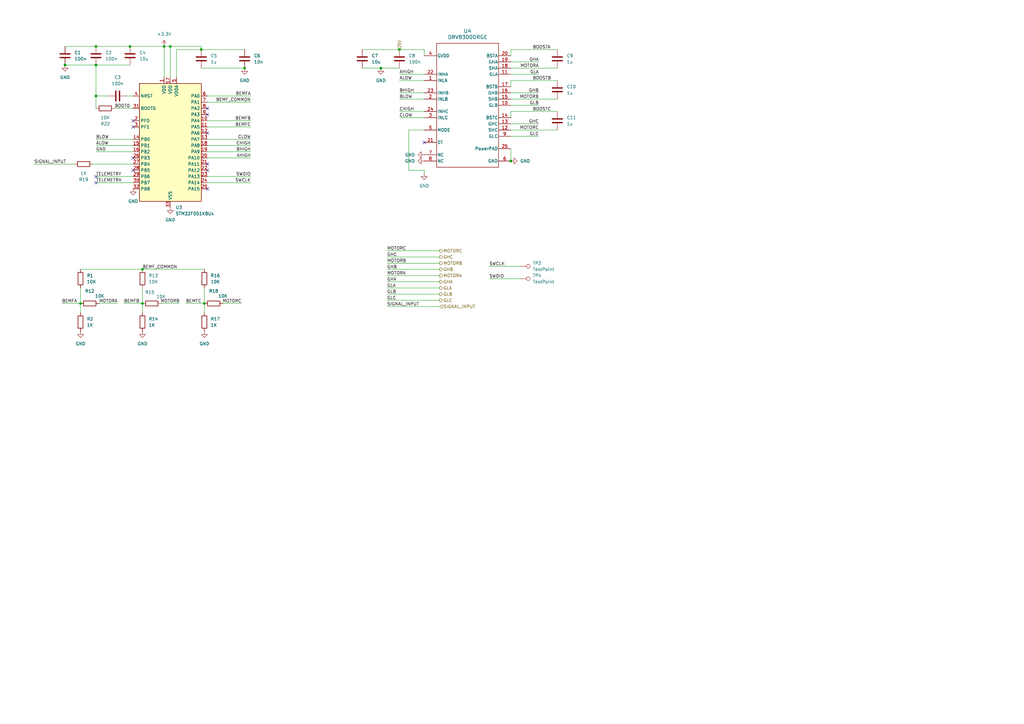
<source format=kicad_sch>
(kicad_sch (version 20250114) (generator "eeschema") (generator_version "9.0")
  (paper "A3")
  (lib_symbols
    (symbol "Connector:TestPoint" (pin_numbers (hide yes)) (pin_names (offset 0.762) (hide yes))
      (property "Reference" "TP" (at 0 6.858 0))
      (property "Value" "TestPoint" (at 0 5.08 0))
      (symbol "TestPoint_0_1"
        (circle (center 0 3.302) (radius 0.762))
      )
      (symbol "TestPoint_1_1"
        (pin passive line (at 0 0 90) (length 2.54) (name "1") (number "1"))
      )
    )
    (symbol "DRV8300:DRV8300DRGER" (pin_names (offset 0.254))
      (property "Reference" "U2" (at 17.78 10.16 0))
      (property "Value" "DRV8300DRGE" (at 17.78 7.62 0))
      (symbol "DRV8300DRGER_0_1"
        (polyline (pts (xy 5.08 5.08) (xy 5.08 -45.72)) (stroke (width 0.2032)))
        (polyline (pts (xy 5.08 -45.72) (xy 30.48 -45.72)) (stroke (width 0.2032)))
        (polyline (pts (xy 30.48 5.08) (xy 5.08 5.08)) (stroke (width 0.2032)))
        (polyline (pts (xy 30.48 -45.72) (xy 30.48 5.08)) (stroke (width 0.2032)))
        (pin power_in line (at 0 0 0) (length 5.08) (name "GVDD") (number "4"))
        (pin input line (at 0 -7.62 0) (length 5.08) (name "INHA") (number "22"))
        (pin input line (at 0 -10.16 0) (length 5.08) (name "INLA") (number "1"))
        (pin input line (at 0 -15.24 0) (length 5.08) (name "INHB") (number "23"))
        (pin input line (at 0 -17.78 0) (length 5.08) (name "INLB") (number "2"))
        (pin input line (at 0 -22.86 0) (length 5.08) (name "INHC") (number "24"))
        (pin input line (at 0 -25.4 0) (length 5.08) (name "INLC") (number "3"))
        (pin input line (at 0 -30.48 0) (length 5.08) (name "MODE") (number "5"))
        (pin input line (at 0 -35.56 0) (length 5.08) (name "DT") (number "21"))
        (pin output line (at 35.56 0 180) (length 5.08) (name "BSTA") (number "20"))
        (pin output line (at 35.56 -2.54 180) (length 5.08) (name "GHA") (number "19"))
        (pin input line (at 35.56 -5.08 180) (length 5.08) (name "SHA") (number "18"))
        (pin output line (at 35.56 -7.62 180) (length 5.08) (name "GLA") (number "11"))
        (pin output line (at 35.56 -12.7 180) (length 5.08) (name "BSTB") (number "17"))
        (pin output line (at 35.56 -15.24 180) (length 5.08) (name "GHB") (number "16"))
        (pin input line (at 35.56 -17.78 180) (length 5.08) (name "SHB") (number "15"))
        (pin output line (at 35.56 -20.32 180) (length 5.08) (name "GLB") (number "10"))
        (pin output line (at 35.56 -25.4 180) (length 5.08) (name "BSTC") (number "14"))
        (pin output line (at 35.56 -27.94 180) (length 5.08) (name "GHC") (number "13"))
        (pin input line (at 35.56 -30.48 180) (length 5.08) (name "SHC") (number "12"))
        (pin output line (at 35.56 -33.02 180) (length 5.08) (name "GLC") (number "9"))
        (pin power_in line (at 35.56 -38.1 180) (length 5.08) (name "PowerPAD") (number "25"))
        (pin power_in line (at 35.56 -43.18 180) (length 5.08) (name "GND") (number "6"))
      )
      (symbol "DRV8300DRGER_1_1"
        (pin power_in line (at 0 -40.64 0) (length 5.08) (name "NC") (number "7"))
        (pin power_in line (at 0 -43.18 0) (length 5.08) (name "NC") (number "8"))
      )
    )
    (symbol "Device:C" (pin_numbers (hide yes)) (pin_names (offset 0.254))
      (property "Reference" "C" (at 0.635 2.54 0))
      (property "Value" "C" (at 0.635 -2.54 0))
      (symbol "C_0_1"
        (polyline (pts (xy -2.032 0.762) (xy 2.032 0.762)) (stroke (width 0.508)))
        (polyline (pts (xy -2.032 -0.762) (xy 2.032 -0.762)) (stroke (width 0.508)))
      )
      (symbol "C_1_1"
        (pin passive line (at 0 3.81 270) (length 2.794) (name "~") (number "1"))
        (pin passive line (at 0 -3.81 90) (length 2.794) (name "~") (number "2"))
      )
    )
    (symbol "Device:R" (pin_numbers (hide yes)) (pin_names (offset 0))
      (property "Reference" "R" (at 2.032 0 90))
      (property "Value" "R" (at 0 0 90))
      (symbol "R_0_1"
        (rectangle (start -1.016 -2.54) (end 1.016 2.54) (stroke (width 0.254)))
      )
      (symbol "R_1_1"
        (pin passive line (at 0 3.81 270) (length 1.27) (name "~") (number "1"))
        (pin passive line (at 0 -3.81 90) (length 1.27) (name "~") (number "2"))
      )
    )
    (symbol "MCU_ST_STM32F0:STM32F051K8Ux"
      (property "Reference" "U7" (at 2.1433 -25.4 0))
      (property "Value" "STM32F051K8Ux" (at 2.1433 -27.94 0))
      (symbol "STM32F051K8Ux_0_1"
        (rectangle (start -12.7 -22.86) (end 12.7 25.4) (stroke (width 0.254)) (fill (type background)))
      )
      (symbol "STM32F051K8Ux_1_1"
        (pin input line (at -15.24 20.32 0) (length 2.54) (name "NRST") (number "4"))
        (pin input line (at -15.24 15.24 0) (length 2.54) (name "BOOT0") (number "31"))
        (pin bidirectional line (at -15.24 10.16 0) (length 2.54) (name "PF0") (number "2"))
        (pin bidirectional line (at -15.24 7.62 0) (length 2.54) (name "PF1") (number "3"))
        (pin bidirectional line (at -15.24 2.54 0) (length 2.54) (name "PB0") (number "14"))
        (pin bidirectional line (at -15.24 0 0) (length 2.54) (name "PB1") (number "15"))
        (pin power_in line (at -15.24 -2.54 0) (length 2.54) (name "PB2") (number "16"))
        (pin bidirectional line (at -15.24 -5.08 0) (length 2.54) (name "PB3") (number "26"))
        (pin bidirectional line (at -15.24 -7.62 0) (length 2.54) (name "PB4") (number "27"))
        (pin bidirectional line (at -15.24 -10.16 0) (length 2.54) (name "PB5") (number "28"))
        (pin bidirectional line (at -15.24 -12.7 0) (length 2.54) (name "PB6") (number "29"))
        (pin bidirectional line (at -15.24 -15.24 0) (length 2.54) (name "PB7") (number "30"))
        (pin power_in line (at -15.24 -17.78 0) (length 2.54) (name "PB8") (number "32"))
        (pin power_in line (at -2.54 27.94 270) (length 2.54) (name "VDD") (number "1"))
        (pin power_in line (at 0 27.94 270) (length 2.54) (name "VDD") (number "17"))
        (pin power_in line (at 0 -25.4 90) (length 2.54) (name "VSS") (number "33"))
        (pin power_in line (at 2.54 27.94 270) (length 2.54) (name "VDDA") (number "5"))
        (pin bidirectional line (at 15.24 20.32 180) (length 2.54) (name "PA0") (number "6"))
        (pin bidirectional line (at 15.24 17.78 180) (length 2.54) (name "PA1") (number "7"))
        (pin bidirectional line (at 15.24 15.24 180) (length 2.54) (name "PA2") (number "8"))
        (pin bidirectional line (at 15.24 12.7 180) (length 2.54) (name "PA3") (number "9"))
        (pin bidirectional line (at 15.24 10.16 180) (length 2.54) (name "PA4") (number "10"))
        (pin bidirectional line (at 15.24 7.62 180) (length 2.54) (name "PA5") (number "11"))
        (pin bidirectional line (at 15.24 5.08 180) (length 2.54) (name "PA6") (number "12"))
        (pin bidirectional line (at 15.24 2.54 180) (length 2.54) (name "PA7") (number "13"))
        (pin bidirectional line (at 15.24 0 180) (length 2.54) (name "PA8") (number "18"))
        (pin bidirectional line (at 15.24 -2.54 180) (length 2.54) (name "PA9") (number "19"))
        (pin bidirectional line (at 15.24 -5.08 180) (length 2.54) (name "PA10") (number "20"))
        (pin bidirectional line (at 15.24 -7.62 180) (length 2.54) (name "PA11") (number "21"))
        (pin bidirectional line (at 15.24 -10.16 180) (length 2.54) (name "PA12") (number "22"))
        (pin bidirectional line (at 15.24 -12.7 180) (length 2.54) (name "PA13") (number "23"))
        (pin bidirectional line (at 15.24 -15.24 180) (length 2.54) (name "PA14") (number "24"))
        (pin bidirectional line (at 15.24 -17.78 180) (length 2.54) (name "PA15") (number "25"))
      )
    )
    (symbol "power:+3.3V" (power) (pin_numbers (hide yes)) (pin_names (offset 0) (hide yes))
      (property "Value" "+3.3V" (at 0 3.556 0))
      (symbol "+3.3V_0_1"
        (polyline (pts (xy -0.762 1.27) (xy 0 2.54)))
        (polyline (pts (xy 0 2.54) (xy 0.762 1.27)))
        (polyline (pts (xy 0 0) (xy 0 2.54)))
      )
      (symbol "+3.3V_1_1"
        (pin power_in line (at 0 0 90) (length 0) (name "~") (number "1"))
      )
    )
    (symbol "power:GND" (power) (pin_numbers (hide yes)) (pin_names (offset 0) (hide yes))
      (property "Value" "GND" (at 0 -3.81 0))
      (symbol "GND_0_1"
        (polyline (pts (xy 0 0) (xy 0 -1.27) (xy 1.27 -1.27) (xy 0 -2.54) (xy -1.27 -1.27) (xy 0 -1.27)))
      )
      (symbol "GND_1_1"
        (pin power_in line (at 0 0 270) (length 0) (name "~") (number "1"))
      )
    )
  )
  (junction (at 83.82 124.46))
  (junction (at 82.55 20.32))
  (junction (at 58.42 110.49))
  (junction (at 69.85 19.05))
  (junction (at 39.37 26.67))
  (junction (at 67.31 19.05))
  (junction (at 100.33 27.94))
  (junction (at 58.42 124.46))
  (junction (at 26.67 26.67))
  (junction (at 53.34 19.05))
  (junction (at 39.37 19.05))
  (junction (at 39.37 39.37))
  (junction (at 156.21 27.94))
  (junction (at 163.83 20.32))
  (junction (at 33.02 124.46))
  (junction (at 209.55 66.04))
  (no_connect (at 85.09 54.61))
  (no_connect (at 85.09 46.99))
  (no_connect (at 173.99 58.42))
  (no_connect (at 39.37 72.39))
  (no_connect (at 54.61 64.77))
  (no_connect (at 85.09 69.85))
  (no_connect (at 39.37 74.93))
  (no_connect (at 85.09 44.45))
  (no_connect (at 85.09 67.31))
  (no_connect (at 85.09 77.47))
  (no_connect (at 54.61 49.53))
  (no_connect (at 54.61 52.07))
  (no_connect (at 54.61 69.85))
  (wire (pts (xy 209.55 55.88) (xy 220.98 55.88)))
  (wire (pts (xy 44.45 39.37) (xy 39.37 39.37)))
  (wire (pts (xy 38.1 67.31) (xy 54.61 67.31)))
  (wire (pts (xy 85.09 57.15) (xy 102.87 57.15)))
  (wire (pts (xy 39.37 57.15) (xy 54.61 57.15)))
  (wire (pts (xy 163.83 40.64) (xy 173.99 40.64)))
  (wire (pts (xy 209.55 40.64) (xy 228.6 40.64)))
  (wire (pts (xy 209.55 50.8) (xy 220.98 50.8)))
  (wire (pts (xy 228.6 33.02) (xy 209.55 33.02)))
  (wire (pts (xy 39.37 62.23) (xy 54.61 62.23)))
  (wire (pts (xy 209.55 45.72) (xy 209.55 48.26)))
  (wire (pts (xy 69.85 31.75) (xy 69.85 19.05)))
  (wire (pts (xy 163.83 38.1) (xy 173.99 38.1)))
  (wire (pts (xy 33.02 110.49) (xy 58.42 110.49)))
  (wire (pts (xy 209.55 60.96) (xy 209.55 66.04)))
  (wire (pts (xy 209.55 33.02) (xy 209.55 35.56)))
  (wire (pts (xy 158.75 118.11) (xy 180.34 118.11)))
  (wire (pts (xy 156.21 27.94) (xy 163.83 27.94)))
  (wire (pts (xy 50.8 124.46) (xy 58.42 124.46)))
  (wire (pts (xy 39.37 39.37) (xy 39.37 26.67)))
  (wire (pts (xy 158.75 102.87) (xy 180.34 102.87)))
  (wire (pts (xy 158.75 113.03) (xy 180.34 113.03)))
  (wire (pts (xy 163.83 30.48) (xy 173.99 30.48)))
  (wire (pts (xy 85.09 39.37) (xy 102.87 39.37)))
  (wire (pts (xy 40.64 124.46) (xy 48.26 124.46)))
  (wire (pts (xy 163.83 48.26) (xy 173.99 48.26)))
  (wire (pts (xy 158.75 125.73) (xy 180.34 125.73)))
  (wire (pts (xy 209.55 27.94) (xy 228.6 27.94)))
  (wire (pts (xy 200.66 114.3) (xy 213.36 114.3)))
  (wire (pts (xy 52.07 39.37) (xy 54.61 39.37)))
  (wire (pts (xy 158.75 107.95) (xy 180.34 107.95)))
  (wire (pts (xy 83.82 124.46) (xy 83.82 128.27)))
  (wire (pts (xy 82.55 19.05) (xy 82.55 20.32)))
  (wire (pts (xy 26.67 26.67) (xy 39.37 26.67)))
  (wire (pts (xy 83.82 118.11) (xy 83.82 124.46)))
  (wire (pts (xy 167.64 53.34) (xy 167.64 69.85)))
  (wire (pts (xy 209.55 43.18) (xy 220.98 43.18)))
  (wire (pts (xy 13.97 67.31) (xy 30.48 67.31)))
  (wire (pts (xy 148.59 27.94) (xy 156.21 27.94)))
  (wire (pts (xy 228.6 45.72) (xy 209.55 45.72)))
  (wire (pts (xy 67.31 19.05) (xy 67.31 31.75)))
  (wire (pts (xy 26.67 19.05) (xy 39.37 19.05)))
  (wire (pts (xy 163.83 33.02) (xy 173.99 33.02)))
  (wire (pts (xy 163.83 20.32) (xy 148.59 20.32)))
  (wire (pts (xy 69.85 19.05) (xy 67.31 19.05)))
  (wire (pts (xy 39.37 19.05) (xy 53.34 19.05)))
  (wire (pts (xy 85.09 52.07) (xy 102.87 52.07)))
  (wire (pts (xy 46.99 44.45) (xy 54.61 44.45)))
  (wire (pts (xy 39.37 72.39) (xy 54.61 72.39)))
  (wire (pts (xy 158.75 105.41) (xy 180.34 105.41)))
  (wire (pts (xy 209.55 38.1) (xy 220.98 38.1)))
  (wire (pts (xy 72.39 20.32) (xy 72.39 31.75)))
  (wire (pts (xy 33.02 118.11) (xy 33.02 124.46)))
  (wire (pts (xy 25.4 124.46) (xy 33.02 124.46)))
  (wire (pts (xy 39.37 26.67) (xy 53.34 26.67)))
  (wire (pts (xy 85.09 74.93) (xy 102.87 74.93)))
  (wire (pts (xy 39.37 59.69) (xy 54.61 59.69)))
  (wire (pts (xy 39.37 74.93) (xy 54.61 74.93)))
  (wire (pts (xy 209.55 25.4) (xy 220.98 25.4)))
  (wire (pts (xy 91.44 124.46) (xy 99.06 124.46)))
  (wire (pts (xy 173.99 69.85) (xy 173.99 71.12)))
  (wire (pts (xy 209.55 30.48) (xy 220.98 30.48)))
  (wire (pts (xy 33.02 124.46) (xy 33.02 128.27)))
  (wire (pts (xy 66.04 124.46) (xy 73.66 124.46)))
  (wire (pts (xy 158.75 120.65) (xy 180.34 120.65)))
  (wire (pts (xy 85.09 64.77) (xy 102.87 64.77)))
  (wire (pts (xy 85.09 59.69) (xy 102.87 59.69)))
  (wire (pts (xy 158.75 110.49) (xy 180.34 110.49)))
  (wire (pts (xy 76.2 124.46) (xy 83.82 124.46)))
  (wire (pts (xy 158.75 115.57) (xy 180.34 115.57)))
  (wire (pts (xy 228.6 20.32) (xy 209.55 20.32)))
  (wire (pts (xy 200.66 109.22) (xy 213.36 109.22)))
  (wire (pts (xy 100.33 20.32) (xy 82.55 20.32)))
  (wire (pts (xy 158.75 123.19) (xy 180.34 123.19)))
  (wire (pts (xy 85.09 72.39) (xy 102.87 72.39)))
  (wire (pts (xy 167.64 69.85) (xy 173.99 69.85)))
  (wire (pts (xy 173.99 22.86) (xy 173.99 20.32)))
  (wire (pts (xy 53.34 19.05) (xy 67.31 19.05)))
  (wire (pts (xy 85.09 41.91) (xy 102.87 41.91)))
  (wire (pts (xy 58.42 124.46) (xy 58.42 128.27)))
  (wire (pts (xy 39.37 44.45) (xy 39.37 39.37)))
  (wire (pts (xy 209.55 53.34) (xy 228.6 53.34)))
  (wire (pts (xy 173.99 53.34) (xy 167.64 53.34)))
  (wire (pts (xy 85.09 62.23) (xy 102.87 62.23)))
  (wire (pts (xy 82.55 27.94) (xy 100.33 27.94)))
  (wire (pts (xy 58.42 118.11) (xy 58.42 124.46)))
  (wire (pts (xy 69.85 19.05) (xy 82.55 19.05)))
  (wire (pts (xy 58.42 110.49) (xy 83.82 110.49)))
  (wire (pts (xy 85.09 49.53) (xy 102.87 49.53)))
  (wire (pts (xy 173.99 20.32) (xy 163.83 20.32)))
  (wire (pts (xy 82.55 20.32) (xy 72.39 20.32)))
  (wire (pts (xy 163.83 45.72) (xy 173.99 45.72)))
  (wire (pts (xy 209.55 20.32) (xy 209.55 22.86)))
  (label "GHB" (at 220.98 38.1 180))
  (label "CLOW" (at 163.83 48.26 0))
  (label "GHA" (at 158.75 115.57 0))
  (label "BEMFC" (at 76.2 124.46 0))
  (label "GLC" (at 158.75 123.19 0))
  (label "MOTORC" (at 158.75 102.87 0))
  (label "CHIGH" (at 163.83 45.72 0))
  (label "GLB" (at 220.98 43.18 180))
  (label "CHIGH" (at 102.87 59.69 180))
  (label "SWCLK" (at 102.87 74.93 180))
  (label "TELEMETRY" (at 39.37 72.39 0))
  (label "BOOSTC" (at 218.44 45.72 0))
  (label "TELEMETRX" (at 39.37 74.93 0))
  (label "SWDIO" (at 200.66 114.3 0))
  (label "GLA" (at 220.98 30.48 180))
  (label "AHIGH" (at 163.83 30.48 0))
  (label "ALOW" (at 163.83 33.02 0))
  (label "GLA" (at 158.75 118.11 0))
  (label "GND" (at 39.37 62.23 0))
  (label "GHA" (at 220.98 25.4 180))
  (label "MOTORA" (at 48.26 124.46 180))
  (label "BOOT0" (at 46.99 44.45 0))
  (label "BLOW" (at 39.37 57.15 0))
  (label "BOOSTA" (at 218.44 20.32 0))
  (label "BOOSTB" (at 218.44 33.02 0))
  (label "GLB" (at 158.75 120.65 0))
  (label "BEMFC" (at 102.87 52.07 180))
  (label "BEMF_COMMON" (at 58.42 110.49 0))
  (label "ALOW" (at 39.37 59.69 0))
  (label "MOTORC" (at 99.06 124.46 180))
  (label "SIGNAL_INPUT" (at 158.75 125.73 0))
  (label "BHIGH" (at 102.87 62.23 180))
  (label "GHC" (at 158.75 105.41 0))
  (label "BLOW" (at 163.83 40.64 0))
  (label "SWCLK" (at 200.66 109.22 0))
  (label "BEMF_COMMON" (at 102.87 41.91 180))
  (label "BEMFB" (at 102.87 49.53 180))
  (label "MOTORB" (at 220.98 40.64 180))
  (label "MOTORA" (at 158.75 113.03 0))
  (label "SIGNAL_INPUT" (at 13.97 67.31 0))
  (label "BHIGH" (at 163.83 38.1 0))
  (label "MOTORA" (at 220.98 27.94 180))
  (label "MOTORC" (at 220.98 53.34 180))
  (label "GHB" (at 158.75 110.49 0))
  (label "BEMFA" (at 25.4 124.46 0))
  (label "CLOW" (at 102.87 57.15 180))
  (label "MOTORB" (at 158.75 107.95 0))
  (label "AHIGH" (at 102.87 64.77 180))
  (label "BEMFB" (at 50.8 124.46 0))
  (label "MOTORB" (at 73.66 124.46 180))
  (label "GHC" (at 220.98 50.8 180))
  (label "SWDIO" (at 102.87 72.39 180))
  (label "BEMFA" (at 102.87 39.37 180))
  (label "GLC" (at 220.98 55.88 180))
  (hierarchical_label "5V" (shape input) (at 163.83 20.32 90))
  (hierarchical_label "MOTORB" (shape output) (at 180.34 107.95 0))
  (hierarchical_label "GLC" (shape output) (at 180.34 123.19 0))
  (hierarchical_label "MOTORC" (shape output) (at 180.34 102.87 0))
  (hierarchical_label "GLA" (shape output) (at 180.34 118.11 0))
  (hierarchical_label "GHC" (shape output) (at 180.34 105.41 0))
  (hierarchical_label "SIGNAL_INPUT" (shape input) (at 180.34 125.73 0))
  (hierarchical_label "MOTORA" (shape output) (at 180.34 113.03 0))
  (hierarchical_label "GHA" (shape output) (at 180.34 115.57 0))
  (hierarchical_label "GHB" (shape output) (at 180.34 110.49 0))
  (hierarchical_label "GLB" (shape output) (at 180.34 120.65 0))
  (symbol (lib_id "Device:C") (at 100.33 24.13 180) (unit 1)
    (property "Reference" "C19" (at 104.14 22.8599 0) (effects (justify right)))
    (property "Value" "10n" (at 104.14 25.3999 0) (effects (justify right)))
    (property "Footprint" "Capacitor_SMD:C_0201_0603Metric" (effects (hide yes)))
    (property "Description" "Unpolarized capacitor" (effects (hide yes)))
    (instances (project "logic_board" (path "" (reference "C6") (unit 1)) (path "" (reference "C19") (unit 1)) (path "" (reference "C28") (unit 1)) (path "" (reference "C39") (unit 1))))
  )
  (symbol (lib_id "power:GND") (at 100.33 27.94 0) (unit 1)
    (property "Reference" "#PWR021" (effects (hide yes)))
    (property "Value" "GND" (at 100.33 33.02 0))
    (property "Description" "Power symbol creates a global label with name \"GND\" , ground" (effects (hide yes)))
    (instances (project "logic_board" (path "" (reference "#PWR015") (unit 1)) (path "" (reference "#PWR021") (unit 1)) (path "" (reference "#PWR041") (unit 1)) (path "" (reference "#PWR057") (unit 1))))
  )
  (symbol (lib_id "Device:C") (at 228.6 24.13 180) (unit 1)
    (property "Reference" "C22" (at 232.41 22.8599 0) (effects (justify right)))
    (property "Value" "1u" (at 232.41 25.3999 0) (effects (justify right)))
    (property "Footprint" "Capacitor_SMD:C_0201_0603Metric" (effects (hide yes)))
    (property "Description" "Unpolarized capacitor" (effects (hide yes)))
    (instances (project "logic_board" (path "" (reference "C9") (unit 1)) (path "" (reference "C22") (unit 1)) (path "" (reference "C31") (unit 1)) (path "" (reference "C42") (unit 1))))
  )
  (symbol (lib_id "power:GND") (at 173.99 63.5 270) (unit 1)
    (property "Reference" "#PWR01" (effects (hide yes)))
    (property "Value" "GND" (at 170.18 63.4999 90) (effects (justify right)))
    (property "Description" "Power symbol creates a global label with name \"GND\" , ground" (effects (hide yes)))
    (instances (project "logic_board" (path "" (reference "#PWR02") (unit 1)) (path "" (reference "#PWR01") (unit 1)) (path "" (reference "#PWR08") (unit 1)) (path "" (reference "#PWR030") (unit 1))))
  )
  (symbol (lib_id "Device:R") (at 62.23 124.46 90) (unit 1)
    (property "Reference" "R8" (at 61.468 119.888 90))
    (property "Value" "10K" (at 66.04 121.666 90))
    (property "Footprint" "Resistor_SMD:R_0201_0603Metric" (effects (hide yes)))
    (property "Description" "Resistor" (effects (hide yes)))
    (instances (project "logic_board" (path "" (reference "R15") (unit 1)) (path "" (reference "R8") (unit 1)) (path "" (reference "R29") (unit 1)) (path "" (reference "R39") (unit 1))))
  )
  (symbol (lib_id "Device:C") (at 163.83 24.13 180) (unit 1)
    (property "Reference" "C21" (at 167.64 22.8599 0) (effects (justify right)))
    (property "Value" "100n" (at 167.64 25.3999 0) (effects (justify right)))
    (property "Footprint" "Capacitor_SMD:C_0201_0603Metric" (effects (hide yes)))
    (property "Description" "Unpolarized capacitor" (effects (hide yes)))
    (instances (project "logic_board" (path "" (reference "C8") (unit 1)) (path "" (reference "C21") (unit 1)) (path "" (reference "C30") (unit 1)) (path "" (reference "C41") (unit 1))))
  )
  (symbol (lib_id "DRV8300:DRV8300DRGER") (at 173.99 22.86 0) (unit 1)
    (property "Reference" "U2" (at 191.77 12.7 0) (effects (font (size 1.524 1.524))))
    (property "Value" "DRV8300DRGE" (at 191.77 15.24 0) (effects (font (size 1.524 1.524))))
    (property "Footprint" "Custom:VQFN-24-1EP_4x4mm_P0.5mm_EP2.45x2.45mm_ThermalVias-Custom" (effects (hide yes)))
    (property "Datasheet" "https://www.ti.com/lit/gpn/drv8300" (effects (hide yes)))
    (instances (project "logic_board" (path "" (reference "U4") (unit 1)) (path "" (reference "U2") (unit 1)) (path "" (reference "U6") (unit 1)) (path "" (reference "U8") (unit 1))))
  )
  (symbol (lib_id "power:+3.3V") (at 67.31 19.05 0) (unit 1)
    (property "Reference" "#PWR020" (effects (hide yes)))
    (property "Value" "+3.3V" (at 67.31 13.97 0))
    (property "Description" "Power symbol creates a global label with name \"+3.3V\"" (effects (hide yes)))
    (instances (project "logic_board" (path "" (reference "#PWR010") (unit 1)) (path "" (reference "#PWR020") (unit 1)) (path "" (reference "#PWR039") (unit 1)) (path "" (reference "#PWR055") (unit 1))))
  )
  (symbol (lib_id "power:GND") (at 33.02 135.89 0) (unit 1)
    (property "Reference" "#PWR011" (effects (hide yes)))
    (property "Value" "GND" (at 33.02 140.97 0))
    (property "Description" "Power symbol creates a global label with name \"GND\" , ground" (effects (hide yes)))
    (instances (project "logic_board" (path "" (reference "#PWR03") (unit 1)) (path "" (reference "#PWR011") (unit 1)) (path "" (reference "#PWR034") (unit 1)) (path "" (reference "#PWR050") (unit 1))))
  )
  (symbol (lib_id "Device:R") (at 33.02 114.3 0) (unit 1)
    (property "Reference" "R3" (at 35.56 113.0299 0) (effects (justify left)))
    (property "Value" "10K" (at 35.56 115.5699 0) (effects (justify left)))
    (property "Footprint" "Resistor_SMD:R_0201_0603Metric" (effects (hide yes)))
    (property "Description" "Resistor" (effects (hide yes)))
    (instances (project "logic_board" (path "" (reference "R1") (unit 1)) (path "" (reference "R3") (unit 1)) (path "" (reference "R24") (unit 1)) (path "" (reference "R23") (unit 1))))
  )
  (symbol (lib_id "Device:C") (at 53.34 22.86 180) (unit 1)
    (property "Reference" "C16" (at 57.15 21.5899 0) (effects (justify right)))
    (property "Value" "10u" (at 57.15 24.1299 0) (effects (justify right)))
    (property "Footprint" "Capacitor_SMD:C_0402_1005Metric" (effects (hide yes)))
    (property "Description" "Unpolarized capacitor" (effects (hide yes)))
    (instances (project "logic_board" (path "" (reference "C4") (unit 1)) (path "" (reference "C16") (unit 1)) (path "" (reference "C26") (unit 1)) (path "" (reference "C37") (unit 1))))
  )
  (symbol (lib_id "Device:R") (at 33.02 132.08 0) (unit 1)
    (property "Reference" "R4" (at 35.56 130.8099 0) (effects (justify left)))
    (property "Value" "1K" (at 35.56 133.3499 0) (effects (justify left)))
    (property "Footprint" "Resistor_SMD:R_0201_0603Metric" (effects (hide yes)))
    (property "Description" "Resistor" (effects (hide yes)))
    (instances (project "logic_board" (path "" (reference "R2") (unit 1)) (path "" (reference "R4") (unit 1)) (path "" (reference "R25") (unit 1)) (path "" (reference "R35") (unit 1))))
  )
  (symbol (lib_id "Device:C") (at 82.55 24.13 0) (unit 1)
    (property "Reference" "C18" (at 86.36 22.8599 0) (effects (justify left)))
    (property "Value" "1u" (at 86.36 25.3999 0) (effects (justify left)))
    (property "Footprint" "Capacitor_SMD:C_0201_0603Metric" (effects (hide yes)))
    (property "Description" "Unpolarized capacitor" (effects (hide yes)))
    (instances (project "logic_board" (path "" (reference "C5") (unit 1)) (path "" (reference "C18") (unit 1)) (path "" (reference "C27") (unit 1)) (path "" (reference "C38") (unit 1))))
  )
  (symbol (lib_id "Device:R") (at 36.83 124.46 90) (unit 1)
    (property "Reference" "R5" (at 36.83 119.38 90))
    (property "Value" "10K" (at 40.894 121.412 90))
    (property "Footprint" "Resistor_SMD:R_0201_0603Metric" (effects (hide yes)))
    (property "Description" "Resistor" (effects (hide yes)))
    (instances (project "logic_board" (path "" (reference "R12") (unit 1)) (path "" (reference "R5") (unit 1)) (path "" (reference "R26") (unit 1)) (path "" (reference "R36") (unit 1))))
  )
  (symbol (lib_id "power:GND") (at 58.42 135.89 0) (unit 1)
    (property "Reference" "#PWR012" (effects (hide yes)))
    (property "Value" "GND" (at 58.42 140.97 0))
    (property "Description" "Power symbol creates a global label with name \"GND\" , ground" (effects (hide yes)))
    (instances (project "logic_board" (path "" (reference "#PWR04") (unit 1)) (path "" (reference "#PWR012") (unit 1)) (path "" (reference "#PWR035") (unit 1)) (path "" (reference "#PWR051") (unit 1))))
  )
  (symbol (lib_id "Device:R") (at 34.29 67.31 90) (mirror x) (unit 1)
    (property "Reference" "R21" (at 34.29 73.66 90))
    (property "Value" "1K" (at 34.29 71.12 90))
    (property "Footprint" "Resistor_SMD:R_0201_0603Metric" (effects (hide yes)))
    (property "Description" "Resistor" (effects (hide yes)))
    (instances (project "logic_board" (path "" (reference "R19") (unit 1)) (path "" (reference "R21") (unit 1)) (path "" (reference "R33") (unit 1)) (path "" (reference "R43") (unit 1))))
  )
  (symbol (lib_id "power:GND") (at 54.61 77.47 0) (unit 1)
    (property "Reference" "#PWR022" (effects (hide yes)))
    (property "Value" "GND" (at 54.61 82.55 0))
    (property "Description" "Power symbol creates a global label with name \"GND\" , ground" (effects (hide yes)))
    (instances (project "logic_board" (path "" (reference "#PWR09") (unit 1)) (path "" (reference "#PWR022") (unit 1)) (path "" (reference "#PWR038") (unit 1)) (path "" (reference "#PWR054") (unit 1))))
  )
  (symbol (lib_id "Device:C") (at 48.26 39.37 270) (unit 1)
    (property "Reference" "C17" (at 48.26 31.75 90))
    (property "Value" "100n" (at 48.26 34.29 90))
    (property "Footprint" "Capacitor_SMD:C_0201_0603Metric" (effects (hide yes)))
    (property "Description" "Unpolarized capacitor" (effects (hide yes)))
    (instances (project "logic_board" (path "" (reference "C3") (unit 1)) (path "" (reference "C17") (unit 1)) (path "" (reference "C25") (unit 1)) (path "" (reference "C36") (unit 1))))
  )
  (symbol (lib_id "Device:C") (at 148.59 24.13 180) (unit 1)
    (property "Reference" "C20" (at 152.4 22.8599 0) (effects (justify right)))
    (property "Value" "10u" (at 152.4 25.3999 0) (effects (justify right)))
    (property "Footprint" "Capacitor_SMD:C_0402_1005Metric" (effects (hide yes)))
    (property "Description" "Unpolarized capacitor" (effects (hide yes)))
    (instances (project "logic_board" (path "" (reference "C7") (unit 1)) (path "" (reference "C20") (unit 1)) (path "" (reference "C29") (unit 1)) (path "" (reference "C40") (unit 1))))
  )
  (symbol (lib_id "power:GND") (at 173.99 71.12 0) (unit 1)
    (property "Reference" "#PWR029" (effects (hide yes)))
    (property "Value" "GND" (at 173.99 76.2 0))
    (property "Description" "Power symbol creates a global label with name \"GND\" , ground" (effects (hide yes)))
    (instances (project "logic_board" (path "" (reference "#PWR018") (unit 1)) (path "" (reference "#PWR029") (unit 1)) (path "" (reference "#PWR045") (unit 1)) (path "" (reference "#PWR061") (unit 1))))
  )
  (symbol (lib_id "Device:C") (at 228.6 36.83 180) (unit 1)
    (property "Reference" "C23" (at 232.41 35.5599 0) (effects (justify right)))
    (property "Value" "1u" (at 232.41 38.0999 0) (effects (justify right)))
    (property "Footprint" "Capacitor_SMD:C_0201_0603Metric" (effects (hide yes)))
    (property "Description" "Unpolarized capacitor" (effects (hide yes)))
    (instances (project "logic_board" (path "" (reference "C10") (unit 1)) (path "" (reference "C23") (unit 1)) (path "" (reference "C32") (unit 1)) (path "" (reference "C43") (unit 1))))
  )
  (symbol (lib_id "Device:R") (at 83.82 114.3 0) (unit 1)
    (property "Reference" "R9" (at 86.36 113.0299 0) (effects (justify left)))
    (property "Value" "10K" (at 86.36 115.5699 0) (effects (justify left)))
    (property "Footprint" "Resistor_SMD:R_0201_0603Metric" (effects (hide yes)))
    (property "Description" "Resistor" (effects (hide yes)))
    (instances (project "logic_board" (path "" (reference "R16") (unit 1)) (path "" (reference "R9") (unit 1)) (path "" (reference "R30") (unit 1)) (path "" (reference "R40") (unit 1))))
  )
  (symbol (lib_id "Device:C") (at 228.6 49.53 180) (unit 1)
    (property "Reference" "C24" (at 232.41 48.2599 0) (effects (justify right)))
    (property "Value" "1u" (at 232.41 50.7999 0) (effects (justify right)))
    (property "Footprint" "Capacitor_SMD:C_0201_0603Metric" (effects (hide yes)))
    (property "Description" "Unpolarized capacitor" (effects (hide yes)))
    (instances (project "logic_board" (path "" (reference "C11") (unit 1)) (path "" (reference "C24") (unit 1)) (path "" (reference "C33") (unit 1)) (path "" (reference "C44") (unit 1))))
  )
  (symbol (lib_id "Device:R") (at 43.18 44.45 90) (mirror x) (unit 1)
    (property "Reference" "R20" (at 43.18 50.8 90))
    (property "Value" "10K" (at 43.18 48.26 90))
    (property "Footprint" "Resistor_SMD:R_0201_0603Metric" (effects (hide yes)))
    (property "Description" "Resistor" (effects (hide yes)))
    (instances (project "logic_board" (path "" (reference "R22") (unit 1)) (path "" (reference "R20") (unit 1)) (path "" (reference "R34") (unit 1)) (path "" (reference "R44") (unit 1))))
  )
  (symbol (lib_id "Device:R") (at 83.82 132.08 0) (unit 1)
    (property "Reference" "R10" (at 86.36 130.8099 0) (effects (justify left)))
    (property "Value" "1K" (at 86.36 133.3499 0) (effects (justify left)))
    (property "Footprint" "Resistor_SMD:R_0201_0603Metric" (effects (hide yes)))
    (property "Description" "Resistor" (effects (hide yes)))
    (instances (project "logic_board" (path "" (reference "R17") (unit 1)) (path "" (reference "R10") (unit 1)) (path "" (reference "R31") (unit 1)) (path "" (reference "R41") (unit 1))))
  )
  (symbol (lib_id "Connector:TestPoint") (at 213.36 109.22 270) (unit 1)
    (property "Reference" "TP3" (at 218.44 107.9499 90) (effects (justify left)))
    (property "Value" "TestPoint" (at 218.44 110.4899 90) (effects (justify left)))
    (property "Footprint" "TestPoint:TestPoint_Pad_D1.0mm" (effects (hide yes)))
    (property "Description" "test point" (effects (hide yes)))
    (instances (project "logic_board" (path "" (reference "TP2") (unit 1)) (path "" (reference "TP3") (unit 1)) (path "" (reference "TP5") (unit 1)) (path "" (reference "TP7") (unit 1))))
  )
  (symbol (lib_id "Device:C") (at 39.37 22.86 180) (unit 1)
    (property "Reference" "C14" (at 43.18 21.5899 0) (effects (justify right)))
    (property "Value" "100n" (at 43.18 24.1299 0) (effects (justify right)))
    (property "Footprint" "Capacitor_SMD:C_0201_0603Metric" (effects (hide yes)))
    (property "Description" "Unpolarized capacitor" (effects (hide yes)))
    (instances (project "logic_board" (path "" (reference "C2") (unit 1)) (path "" (reference "C14") (unit 1)) (path "" (reference "C13") (unit 1)) (path "" (reference "C35") (unit 1))))
  )
  (symbol (lib_id "Connector:TestPoint") (at 213.36 114.3 270) (unit 1)
    (property "Reference" "TP1" (at 218.44 113.0299 90) (effects (justify left)))
    (property "Value" "TestPoint" (at 218.44 115.5699 90) (effects (justify left)))
    (property "Footprint" "TestPoint:TestPoint_Pad_D1.0mm" (effects (hide yes)))
    (property "Description" "test point" (effects (hide yes)))
    (instances (project "logic_board" (path "" (reference "TP4") (unit 1)) (path "" (reference "TP1") (unit 1)) (path "" (reference "TP6") (unit 1)) (path "" (reference "TP8") (unit 1))))
  )
  (symbol (lib_id "Device:R") (at 58.42 132.08 0) (unit 1)
    (property "Reference" "R7" (at 60.96 130.8099 0) (effects (justify left)))
    (property "Value" "1K" (at 60.96 133.3499 0) (effects (justify left)))
    (property "Footprint" "Resistor_SMD:R_0201_0603Metric" (effects (hide yes)))
    (property "Description" "Resistor" (effects (hide yes)))
    (instances (project "logic_board" (path "" (reference "R14") (unit 1)) (path "" (reference "R7") (unit 1)) (path "" (reference "R28") (unit 1)) (path "" (reference "R38") (unit 1))))
  )
  (symbol (lib_id "power:GND") (at 26.67 26.67 0) (unit 1)
    (property "Reference" "#PWR019" (effects (hide yes)))
    (property "Value" "GND" (at 26.67 31.75 0))
    (property "Description" "Power symbol creates a global label with name \"GND\" , ground" (effects (hide yes)))
    (instances (project "logic_board" (path "" (reference "#PWR06") (unit 1)) (path "" (reference "#PWR019") (unit 1)) (path "" (reference "#PWR037") (unit 1)) (path "" (reference "#PWR053") (unit 1))))
  )
  (symbol (lib_id "Device:R") (at 87.63 124.46 90) (unit 1)
    (property "Reference" "R11" (at 87.63 119.38 90))
    (property "Value" "10K" (at 91.44 121.412 90))
    (property "Footprint" "Resistor_SMD:R_0201_0603Metric" (effects (hide yes)))
    (property "Description" "Resistor" (effects (hide yes)))
    (instances (project "logic_board" (path "" (reference "R18") (unit 1)) (path "" (reference "R11") (unit 1)) (path "" (reference "R32") (unit 1)) (path "" (reference "R42") (unit 1))))
  )
  (symbol (lib_id "power:GND") (at 156.21 27.94 0) (unit 1)
    (property "Reference" "#PWR025" (effects (hide yes)))
    (property "Value" "GND" (at 156.21 33.02 0))
    (property "Description" "Power symbol creates a global label with name \"GND\" , ground" (effects (hide yes)))
    (instances (project "logic_board" (path "" (reference "#PWR016") (unit 1)) (path "" (reference "#PWR025") (unit 1)) (path "" (reference "#PWR043") (unit 1)) (path "" (reference "#PWR059") (unit 1))))
  )
  (symbol (lib_id "Device:R") (at 58.42 114.3 0) (unit 1)
    (property "Reference" "R6" (at 60.96 113.0299 0) (effects (justify left)))
    (property "Value" "10K" (at 60.96 115.5699 0) (effects (justify left)))
    (property "Footprint" "Resistor_SMD:R_0201_0603Metric" (effects (hide yes)))
    (property "Description" "Resistor" (effects (hide yes)))
    (instances (project "logic_board" (path "" (reference "R13") (unit 1)) (path "" (reference "R6") (unit 1)) (path "" (reference "R27") (unit 1)) (path "" (reference "R37") (unit 1))))
  )
  (symbol (lib_id "power:GND") (at 69.85 85.09 0) (unit 1)
    (property "Reference" "#PWR023" (effects (hide yes)))
    (property "Value" "GND" (at 69.85 90.17 0))
    (property "Description" "Power symbol creates a global label with name \"GND\" , ground" (effects (hide yes)))
    (instances (project "logic_board" (path "" (reference "#PWR014") (unit 1)) (path "" (reference "#PWR023") (unit 1)) (path "" (reference "#PWR040") (unit 1)) (path "" (reference "#PWR056") (unit 1))))
  )
  (symbol (lib_id "power:GND") (at 209.55 66.04 90) (unit 1)
    (property "Reference" "#PWR026" (effects (hide yes)))
    (property "Value" "GND" (at 213.36 66.0399 90) (effects (justify right)))
    (property "Description" "Power symbol creates a global label with name \"GND\" , ground" (effects (hide yes)))
    (instances (project "logic_board" (path "" (reference "#PWR027") (unit 1)) (path "" (reference "#PWR026") (unit 1)) (path "" (reference "#PWR046") (unit 1)) (path "" (reference "#PWR062") (unit 1))))
  )
  (symbol (lib_id "Device:C") (at 26.67 22.86 180) (unit 1)
    (property "Reference" "C15" (at 30.48 21.5899 0) (effects (justify right)))
    (property "Value" "100n" (at 30.48 24.1299 0) (effects (justify right)))
    (property "Footprint" "Capacitor_SMD:C_0201_0603Metric" (effects (hide yes)))
    (property "Description" "Unpolarized capacitor" (effects (hide yes)))
    (instances (project "logic_board" (path "" (reference "C1") (unit 1)) (path "" (reference "C15") (unit 1)) (path "" (reference "C12") (unit 1)) (path "" (reference "C34") (unit 1))))
  )
  (symbol (lib_id "power:GND") (at 173.99 66.04 270) (unit 1)
    (property "Reference" "#PWR042" (effects (hide yes)))
    (property "Value" "GND" (at 170.18 66.0399 90) (effects (justify right)))
    (property "Description" "Power symbol creates a global label with name \"GND\" , ground" (effects (hide yes)))
    (instances (project "logic_board" (path "" (reference "#PWR058") (unit 1)) (path "" (reference "#PWR042") (unit 1)) (path "" (reference "#PWR065") (unit 1)) (path "" (reference "#PWR066") (unit 1))))
  )
  (symbol (lib_id "power:GND") (at 83.82 135.89 0) (unit 1)
    (property "Reference" "#PWR013" (effects (hide yes)))
    (property "Value" "GND" (at 83.82 140.97 0))
    (property "Description" "Power symbol creates a global label with name \"GND\" , ground" (effects (hide yes)))
    (instances (project "logic_board" (path "" (reference "#PWR05") (unit 1)) (path "" (reference "#PWR013") (unit 1)) (path "" (reference "#PWR036") (unit 1)) (path "" (reference "#PWR052") (unit 1))))
  )
  (symbol (lib_id "MCU_ST_STM32F0:STM32F051K8Ux") (at 69.85 59.69 0) (unit 1)
    (property "Reference" "U1" (at 71.9933 85.09 0) (effects (justify left)))
    (property "Value" "STM32F051K8Ux" (at 71.9933 87.63 0) (effects (justify left)))
    (property "Footprint" "Custom:QFN-32-1EP_5x5mm_P0.5mm_EP3.45x3.45mm-Custom" (effects (hide yes)))
    (property "Datasheet" "https://www.st.com/resource/en/datasheet/stm32f051k8.pdf" (effects (hide yes)))
    (property "Description" "STMicroelectronics Arm Cortex-M0 MCU, 64KB flash, 8KB RAM, 48 MHz, 2.0-3.6V, 27 GPIO, UFQFPN32" (effects (hide yes)))
    (instances (project "logic_board" (path "" (reference "U3") (unit 1)) (path "" (reference "U1") (unit 1)) (path "" (reference "U5") (unit 1)) (path "" (reference "U7") (unit 1))))
  )
)
</source>
